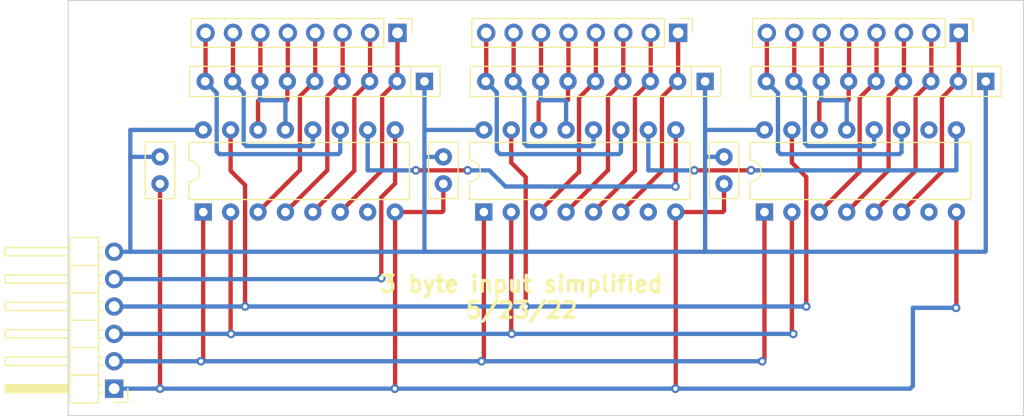
<source format=kicad_pcb>
(kicad_pcb (version 20211014) (generator pcbnew)
  (layers (0 "F.Cu" signal) (31 "B.Cu" signal) (34 "B.Paste" user) (35 "F.Paste" user) (36 "B.SilkS" user "B.Silkscreen") (37 "F.SilkS" user "F.Silkscreen") (38 "B.Mask" user) (39 "F.Mask" user) (44 "Edge.Cuts" user))
  (net 0 "")
  (net 1 "+5V")
  (net 2 "GND")
  (net 3 "LATCH")
  (net 4 "CLOCK")
  (net 5 "CE")
  (net 6 "S0")
  (net 7 "IN8")
  (net 8 "IN7")
  (net 9 "IN6")
  (net 10 "IN5")
  (net 11 "IN4")
  (net 12 "IN3")
  (net 13 "IN2")
  (net 14 "IN1")
  (net 15 "IN8B")
  (net 16 "IN7B")
  (net 17 "IN6B")
  (net 18 "IN5B")
  (net 19 "IN4B")
  (net 20 "IN3B")
  (net 21 "IN2B")
  (net 22 "IN1B")
  (net 23 "IN8C")
  (net 24 "IN7C")
  (net 25 "IN6C")
  (net 26 "IN5C")
  (net 27 "IN4C")
  (net 28 "IN3C")
  (net 29 "IN2C")
  (net 30 "IN1C")
  (net 32 "S1")
  (net 34 "S2")
  (footprint "MountingHole:MountingHole_3.2mm_M3" (layer "F.Cu") (at 153 93)
    (fp_text reference "H2" hide)
    (fp_text value "MountingHole" hide)
    (pad "" np_thru_hole circle (at 0 0) (size 3.2 3.2) (drill 3.2) (layers *.Cu *.Mask))
  )
  (footprint "Resistor_THT:R_Array_SIP9" (layer "F.Cu") (at 102.25 66.75 180)
    (fp_text reference "RN1" hide)
    (fp_text value "4.7K" hide)
    (fp_line (start -1.44 1.4) (end 21.76 1.4) (layer "F.SilkS") (width 0.12))
    (fp_line (start -1.44 -1.4) (end -1.44 1.4) (layer "F.SilkS") (width 0.12))
    (fp_line (start 21.76 1.4) (end 21.76 -1.4) (layer "F.SilkS") (width 0.12))
    (fp_line (start 21.76 -1.4) (end -1.44 -1.4) (layer "F.SilkS") (width 0.12))
    (fp_line (start 1.27 -1.4) (end 1.27 1.4) (layer "F.SilkS") (width 0.12))
    (pad "1" thru_hole rect (at 0 0 180) (size 1.6 1.6) (drill 0.8) (layers *.Cu *.Mask) (net 1 "+5V"))
    (pad "2" thru_hole oval (at 2.54 0 180) (size 1.6 1.6) (drill 0.8) (layers *.Cu *.Mask) (net 7 "IN8"))
    (pad "3" thru_hole oval (at 5.08 0 180) (size 1.6 1.6) (drill 0.8) (layers *.Cu *.Mask) (net 8 "IN7"))
    (pad "4" thru_hole oval (at 7.62 0 180) (size 1.6 1.6) (drill 0.8) (layers *.Cu *.Mask) (net 9 "IN6"))
    (pad "5" thru_hole oval (at 10.16 0 180) (size 1.6 1.6) (drill 0.8) (layers *.Cu *.Mask) (net 10 "IN5"))
    (pad "6" thru_hole oval (at 12.7 0 180) (size 1.6 1.6) (drill 0.8) (layers *.Cu *.Mask) (net 11 "IN4"))
    (pad "7" thru_hole oval (at 15.24 0 180) (size 1.6 1.6) (drill 0.8) (layers *.Cu *.Mask) (net 12 "IN3"))
    (pad "8" thru_hole oval (at 17.78 0 180) (size 1.6 1.6) (drill 0.8) (layers *.Cu *.Mask) (net 13 "IN2"))
    (pad "9" thru_hole oval (at 20.32 0 180) (size 1.6 1.6) (drill 0.8) (layers *.Cu *.Mask) (net 14 "IN1"))
  )
  (footprint "Capacitor_THT:C_Disc_D5.0mm_W2.5mm_P2.50mm" (layer "F.Cu") (at 104 73.75 -90)
    (fp_text reference "C2" hide)
    (fp_text value "0.1uf" hide)
    (fp_line (start -1.37 -1.37) (end -1.37 1.37) (layer "F.SilkS") (width 0.12))
    (fp_line (start 3.87 -1.37) (end 3.87 1.37) (layer "F.SilkS") (width 0.12))
    (fp_line (start -1.37 -1.37) (end 3.87 -1.37) (layer "F.SilkS") (width 0.12))
    (fp_line (start -1.37 1.37) (end 3.87 1.37) (layer "F.SilkS") (width 0.12))
    (pad "1" thru_hole circle (at 0 0 270) (size 1.6 1.6) (drill 0.8) (layers *.Cu *.Mask) (net 1 "+5V"))
    (pad "2" thru_hole circle (at 2.5 0 270) (size 1.6 1.6) (drill 0.8) (layers *.Cu *.Mask) (net 2 "GND"))
  )
  (footprint "Package_DIP:DIP-16_W7.62mm" (layer "F.Cu") (at 107.75 78.87 90)
    (fp_text reference "U2" hide)
    (fp_text value "74LS165" hide)
    (fp_line (start 1.16 -1.33) (end 1.16 19.11) (layer "F.SilkS") (width 0.12))
    (fp_line (start 2.81 -1.33) (end 1.16 -1.33) (layer "F.SilkS") (width 0.12))
    (fp_line (start 6.46 19.11) (end 6.46 -1.33) (layer "F.SilkS") (width 0.12))
    (fp_line (start 1.16 19.11) (end 6.46 19.11) (layer "F.SilkS") (width 0.12))
    (fp_line (start 6.46 -1.33) (end 4.81 -1.33) (layer "F.SilkS") (width 0.12))
    (fp_arc (start 4.81 -1.33) (mid 3.81 -0.33) (end 2.81 -1.33) (layer "F.SilkS") (width 0.12))
    (pad "1" thru_hole rect (at 0 0 90) (size 1.6 1.6) (drill 0.8) (layers *.Cu *.Mask) (net 3 "LATCH"))
    (pad "2" thru_hole oval (at 0 2.54 90) (size 1.6 1.6) (drill 0.8) (layers *.Cu *.Mask) (net 4 "CLOCK"))
    (pad "3" thru_hole oval (at 0 5.08 90) (size 1.6 1.6) (drill 0.8) (layers *.Cu *.Mask) (net 18 "IN5B"))
    (pad "4" thru_hole oval (at 0 7.62 90) (size 1.6 1.6) (drill 0.8) (layers *.Cu *.Mask) (net 17 "IN6B"))
    (pad "5" thru_hole oval (at 0 10.16 90) (size 1.6 1.6) (drill 0.8) (layers *.Cu *.Mask) (net 16 "IN7B"))
    (pad "6" thru_hole oval (at 0 12.7 90) (size 1.6 1.6) (drill 0.8) (layers *.Cu *.Mask) (net 15 "IN8B"))
    (pad "7" thru_hole oval (at 0 15.24 90) (size 1.6 1.6) (drill 0.8) (layers *.Cu *.Mask))
    (pad "8" thru_hole oval (at 0 17.78 90) (size 1.6 1.6) (drill 0.8) (layers *.Cu *.Mask) (net 2 "GND"))
    (pad "9" thru_hole oval (at 7.62 17.78 90) (size 1.6 1.6) (drill 0.8) (layers *.Cu *.Mask) (net 32 "S1"))
    (pad "10" thru_hole oval (at 7.62 15.24 90) (size 1.6 1.6) (drill 0.8) (layers *.Cu *.Mask) (net 34 "S2"))
    (pad "11" thru_hole oval (at 7.62 12.7 90) (size 1.6 1.6) (drill 0.8) (layers *.Cu *.Mask) (net 22 "IN1B"))
    (pad "12" thru_hole oval (at 7.62 10.16 90) (size 1.6 1.6) (drill 0.8) (layers *.Cu *.Mask) (net 21 "IN2B"))
    (pad "13" thru_hole oval (at 7.62 7.62 90) (size 1.6 1.6) (drill 0.8) (layers *.Cu *.Mask) (net 20 "IN3B"))
    (pad "14" thru_hole oval (at 7.62 5.08 90) (size 1.6 1.6) (drill 0.8) (layers *.Cu *.Mask) (net 19 "IN4B"))
    (pad "15" thru_hole oval (at 7.62 2.54 90) (size 1.6 1.6) (drill 0.8) (layers *.Cu *.Mask) (net 5 "CE"))
    (pad "16" thru_hole oval (at 7.62 0 90) (size 1.6 1.6) (drill 0.8) (layers *.Cu *.Mask) (net 1 "+5V"))
  )
  (footprint "Package_DIP:DIP-16_W7.62mm" (layer "F.Cu") (at 81.75 78.87 90)
    (fp_text reference "U1" hide)
    (fp_text value "74LS165" hide)
    (fp_line (start 1.16 -1.33) (end 1.16 19.11) (layer "F.SilkS") (width 0.12))
    (fp_line (start 2.81 -1.33) (end 1.16 -1.33) (layer "F.SilkS") (width 0.12))
    (fp_line (start 6.46 -1.33) (end 4.81 -1.33) (layer "F.SilkS") (width 0.12))
    (fp_line (start 6.46 19.11) (end 6.46 -1.33) (layer "F.SilkS") (width 0.12))
    (fp_line (start 1.16 19.11) (end 6.46 19.11) (layer "F.SilkS") (width 0.12))
    (fp_arc (start 4.81 -1.33) (mid 3.81 -0.33) (end 2.81 -1.33) (layer "F.SilkS") (width 0.12))
    (pad "1" thru_hole rect (at 0 0 90) (size 1.6 1.6) (drill 0.8) (layers *.Cu *.Mask) (net 3 "LATCH"))
    (pad "2" thru_hole oval (at 0 2.54 90) (size 1.6 1.6) (drill 0.8) (layers *.Cu *.Mask) (net 4 "CLOCK"))
    (pad "3" thru_hole oval (at 0 5.08 90) (size 1.6 1.6) (drill 0.8) (layers *.Cu *.Mask) (net 10 "IN5"))
    (pad "4" thru_hole oval (at 0 7.62 90) (size 1.6 1.6) (drill 0.8) (layers *.Cu *.Mask) (net 9 "IN6"))
    (pad "5" thru_hole oval (at 0 10.16 90) (size 1.6 1.6) (drill 0.8) (layers *.Cu *.Mask) (net 8 "IN7"))
    (pad "6" thru_hole oval (at 0 12.7 90) (size 1.6 1.6) (drill 0.8) (layers *.Cu *.Mask) (net 7 "IN8"))
    (pad "7" thru_hole oval (at 0 15.24 90) (size 1.6 1.6) (drill 0.8) (layers *.Cu *.Mask))
    (pad "8" thru_hole oval (at 0 17.78 90) (size 1.6 1.6) (drill 0.8) (layers *.Cu *.Mask) (net 2 "GND"))
    (pad "9" thru_hole oval (at 7.62 17.78 90) (size 1.6 1.6) (drill 0.8) (layers *.Cu *.Mask) (net 6 "S0"))
    (pad "10" thru_hole oval (at 7.62 15.24 90) (size 1.6 1.6) (drill 0.8) (layers *.Cu *.Mask) (net 32 "S1"))
    (pad "11" thru_hole oval (at 7.62 12.7 90) (size 1.6 1.6) (drill 0.8) (layers *.Cu *.Mask) (net 14 "IN1"))
    (pad "12" thru_hole oval (at 7.62 10.16 90) (size 1.6 1.6) (drill 0.8) (layers *.Cu *.Mask) (net 13 "IN2"))
    (pad "13" thru_hole oval (at 7.62 7.62 90) (size 1.6 1.6) (drill 0.8) (layers *.Cu *.Mask) (net 12 "IN3"))
    (pad "14" thru_hole oval (at 7.62 5.08 90) (size 1.6 1.6) (drill 0.8) (layers *.Cu *.Mask) (net 11 "IN4"))
    (pad "15" thru_hole oval (at 7.62 2.54 90) (size 1.6 1.6) (drill 0.8) (layers *.Cu *.Mask) (net 5 "CE"))
    (pad "16" thru_hole oval (at 7.62 0 90) (size 1.6 1.6) (drill 0.8) (layers *.Cu *.Mask) (net 1 "+5V"))
  )
  (footprint "Connector_PinHeader_2.54mm:PinHeader_1x06_P2.54mm_Horizontal" (layer "F.Cu") (at 73.5 95.25 180)
    (fp_text reference "J1" hide)
    (fp_text value "Conn_01x06" hide)
    (fp_line (start -1.27 0) (end -1.27 -1.27) (layer "F.SilkS") (width 0.12))
    (fp_line (start 1.44 3.81) (end 4.1 3.81) (layer "F.SilkS") (width 0.12))
    (fp_line (start 1.042929 5.46) (end 1.44 5.46) (layer "F.SilkS") (width 0.12))
    (fp_line (start 1.042929 4.7) (end 1.44 4.7) (layer "F.SilkS") (width 0.12))
    (fp_line (start 10.1 -0.38) (end 10.1 0.38) (layer "F.SilkS") (width 0.12))
    (fp_line (start 1.042929 12.32) (end 1.44 12.32) (layer "F.SilkS") (width 0.12))
    (fp_line (start 1.44 6.35) (end 4.1 6.35) (layer "F.SilkS") (width 0.12))
    (fp_line (start 10.1 7.24) (end 10.1 8) (layer "F.SilkS") (width 0.12))
    (fp_line (start 4.1 -0.2) (end 10.1 -0.2) (layer "F.SilkS") (width 0.12))
    (fp_line (start 1.11 0.38) (end 1.44 0.38) (layer "F.SilkS") (width 0.12))
    (fp_line (start -1.27 -1.27) (end 0 -1.27) (layer "F.SilkS") (width 0.12))
    (fp_line (start 1.042929 10.54) (end 1.44 10.54) (layer "F.SilkS") (width 0.12))
    (fp_line (start 1.042929 9.78) (end 1.44 9.78) (layer "F.SilkS") (width 0.12))
    (fp_line (start 10.1 5.46) (end 4.1 5.46) (layer "F.SilkS") (width 0.12))
    (fp_line (start 1.11 -0.38) (end 1.44 -0.38) (layer "F.SilkS") (width 0.12))
    (fp_line (start 4.1 9.78) (end 10.1 9.78) (layer "F.SilkS") (width 0.12))
    (fp_line (start 10.1 10.54) (end 4.1 10.54) (layer "F.SilkS") (width 0.12))
    (fp_line (start 4.1 -0.08) (end 10.1 -0.08) (layer "F.SilkS") (width 0.12))
    (fp_line (start 10.1 4.7) (end 10.1 5.46) (layer "F.SilkS") (width 0.12))
    (fp_line (start 1.44 1.27) (end 4.1 1.27) (layer "F.SilkS") (width 0.12))
    (fp_line (start 4.1 -0.32) (end 10.1 -0.32) (layer "F.SilkS") (width 0.12))
    (fp_line (start 10.1 13.08) (end 4.1 13.08) (layer "F.SilkS") (width 0.12))
    (fp_line (start 1.44 8.89) (end 4.1 8.89) (layer "F.SilkS") (width 0.12))
    (fp_line (start 1.042929 2.92) (end 1.44 2.92) (layer "F.SilkS") (width 0.12))
    (fp_line (start 10.1 2.92) (end 4.1 2.92) (layer "F.SilkS") (width 0.12))
    (fp_line (start 1.44 11.43) (end 4.1 11.43) (layer "F.SilkS") (width 0.12))
    (fp_line (start 4.1 4.7) (end 10.1 4.7) (layer "F.SilkS") (width 0.12))
    (fp_line (start 10.1 9.78) (end 10.1 10.54) (layer "F.SilkS") (width 0.12))
    (fp_line (start 1.042929 8) (end 1.44 8) (layer "F.SilkS") (width 0.12))
    (fp_line (start 4.1 14.03) (end 4.1 -1.33) (layer "F.SilkS") (width 0.12))
    (fp_line (start 1.44 -1.33) (end 1.44 14.03) (layer "F.SilkS") (width 0.12))
    (fp_line (start 4.1 0.28) (end 10.1 0.28) (layer "F.SilkS") (width 0.12))
    (fp_line (start 10.1 2.16) (end 10.1 2.92) (layer "F.SilkS") (width 0.12))
    (fp_line (start 10.1 8) (end 4.1 8) (layer "F.SilkS") (width 0.12))
    (fp_line (start 1.44 14.03) (end 4.1 14.03) (layer "F.SilkS") (width 0.12))
    (fp_line (start 4.1 -1.33) (end 1.44 -1.33) (layer "F.SilkS") (width 0.12))
    (fp_line (start 1.042929 2.16) (end 1.44 2.16) (layer "F.SilkS") (width 0.12))
    (fp_line (start 1.042929 13.08) (end 1.44 13.08) (layer "F.SilkS") (width 0.12))
    (fp_line (start 4.1 0.04) (end 10.1 0.04) (layer "F.SilkS") (width 0.12))
    (fp_line (start 10.1 12.32) (end 10.1 13.08) (layer "F.SilkS") (width 0.12))
    (fp_line (start 4.1 12.32) (end 10.1 12.32) (layer "F.SilkS") (width 0.12))
    (fp_line (start 10.1 0.38) (end 4.1 0.38) (layer "F.SilkS") (width 0.12))
    (fp_line (start 4.1 -0.38) (end 10.1 -0.38) (layer "F.SilkS") (width 0.12))
    (fp_line (start 4.1 7.24) (end 10.1 7.24) (layer "F.SilkS") (width 0.12))
    (fp_line (start 4.1 2.16) (end 10.1 2.16) (layer "F.SilkS") (width 0.12))
    (fp_line (start 4.1 0.16) (end 10.1 0.16) (layer "F.SilkS") (width 0.12))
    (fp_line (start 1.042929 7.24) (end 1.44 7.24) (layer "F.SilkS") (width 0.12))
    (pad "1" thru_hole rect (at 0 0 180) (size 1.7 1.7) (drill 1) (layers *.Cu *.Mask) (net 2 "GND"))
    (pad "2" thru_hole oval (at 0 2.54 180) (size 1.7 1.7) (drill 1) (layers *.Cu *.Mask) (net 3 "LATCH"))
    (pad "3" thru_hole oval (at 0 5.08 180) (size 1.7 1.7) (drill 1) (layers *.Cu *.Mask) (net 4 "CLOCK"))
    (pad "4" thru_hole oval (at 0 7.62 180) (size 1.7 1.7) (drill 1) (layers *.Cu *.Mask) (net 5 "CE"))
    (pad "5" thru_hole oval (at 0 10.16 180) (size 1.7 1.7) (drill 1) (layers *.Cu *.Mask) (net 6 "S0"))
    (pad "6" thru_hole oval (at 0 12.7 180) (size 1.7 1.7) (drill 1) (layers *.Cu *.Mask) (net 1 "+5V"))
  )
  (footprint "Resistor_THT:R_Array_SIP9" (layer "F.Cu") (at 154.25 66.75 180)
    (fp_text reference "RN3" hide)
    (fp_text value "4.7K" hide)
    (fp_line (start 21.76 1.4) (end 21.76 -1.4) (layer "F.SilkS") (width 0.12))
    (fp_line (start 21.76 -1.4) (end -1.44 -1.4) (layer "F.SilkS") (width 0.12))
    (fp_line (start 1.27 -1.4) (end 1.27 1.4) (layer "F.SilkS") (width 0.12))
    (fp_line (start -1.44 1.4) (end 21.76 1.4) (layer "F.SilkS") (width 0.12))
    (fp_line (start -1.44 -1.4) (end -1.44 1.4) (layer "F.SilkS") (width 0.12))
    (pad "1" thru_hole rect (at 0 0 180) (size 1.6 1.6) (drill 0.8) (layers *.Cu *.Mask) (net 1 "+5V"))
    (pad "2" thru_hole oval (at 2.54 0 180) (size 1.6 1.6) (drill 0.8) (layers *.Cu *.Mask) (net 23 "IN8C"))
    (pad "3" thru_hole oval (at 5.08 0 180) (size 1.6 1.6) (drill 0.8) (layers *.Cu *.Mask) (net 24 "IN7C"))
    (pad "4" thru_hole oval (at 7.62 0 180) (size 1.6 1.6) (drill 0.8) (layers *.Cu *.Mask) (net 25 "IN6C"))
    (pad "5" thru_hole oval (at 10.16 0 180) (size 1.6 1.6) (drill 0.8) (layers *.Cu *.Mask) (net 26 "IN5C"))
    (pad "6" thru_hole oval (at 12.7 0 180) (size 1.6 1.6) (drill 0.8) (layers *.Cu *.Mask) (net 27 "IN4C"))
    (pad "7" thru_hole oval (at 15.24 0 180) (size 1.6 1.6) (drill 0.8) (layers *.Cu *.Mask) (net 28 "IN3C"))
    (pad "8" thru_hole oval (at 17.78 0 180) (size 1.6 1.6) (drill 0.8) (layers *.Cu *.Mask) (net 29 "IN2C"))
    (pad "9" thru_hole oval (at 20.32 0 180) (size 1.6 1.6) (drill 0.8) (layers *.Cu *.Mask) (net 30 "IN1C"))
  )
  (footprint "Capacitor_THT:C_Disc_D5.0mm_W2.5mm_P2.50mm" (layer "F.Cu") (at 130 73.75 -90)
    (fp_text reference "C3" hide)
    (fp_text value "0.1uf" hide)
    (fp_line (start -1.37 1.37) (end 3.87 1.37) (layer "F.SilkS") (width 0.12))
    (fp_line (start -1.37 -1.37) (end 3.87 -1.37) (layer "F.SilkS") (width 0.12))
    (fp_line (start -1.37 -1.37) (end -1.37 1.37) (layer "F.SilkS") (width 0.12))
    (fp_line (start 3.87 -1.37) (end 3.87 1.37) (layer "F.SilkS") (width 0.12))
    (pad "1" thru_hole circle (at 0 0 270) (size 1.6 1.6) (drill 0.8) (layers *.Cu *.Mask) (net 1 "+5V"))
    (pad "2" thru_hole circle (at 2.5 0 270) (size 1.6 1.6) (drill 0.8) (layers *.Cu *.Mask) (net 2 "GND"))
  )
  (footprint "Connector_PinHeader_2.54mm:PinHeader_1x08_P2.54mm_Vertical" (layer "F.Cu") (at 151.75 62.25 -90)
    (fp_text reference "J4" hide)
    (fp_text value "Conn_01x08" hide)
    (fp_line (start -1.33 19.11) (end 1.33 19.11) (layer "F.SilkS") (width 0.12))
    (fp_line (start -1.33 1.27) (end -1.33 19.11) (layer "F.SilkS") (width 0.12))
    (fp_line (start -1.33 -1.33) (end 0 -1.33) (layer "F.SilkS") (width 0.12))
    (fp_line (start 1.33 1.27) (end 1.33 19.11) (layer "F.SilkS") (width 0.12))
    (fp_line (start -1.33 0) (end -1.33 -1.33) (layer "F.SilkS") (width 0.12))
    (fp_line (start -1.33 1.27) (end 1.33 1.27) (layer "F.SilkS") (width 0.12))
    (pad "1" thru_hole rect (at 0 0 270) (size 1.7 1.7) (drill 1) (layers *.Cu *.Mask) (net 23 "IN8C"))
    (pad "2" thru_hole oval (at 0 2.54 270) (size 1.7 1.7) (drill 1) (layers *.Cu *.Mask) (net 24 "IN7C"))
    (pad "3" thru_hole oval (at 0 5.08 270) (size 1.7 1.7) (drill 1) (layers *.Cu *.Mask) (net 25 "IN6C"))
    (pad "4" thru_hole oval (at 0 7.62 270) (size 1.7 1.7) (drill 1) (layers *.Cu *.Mask) (net 26 "IN5C"))
    (pad "5" thru_hole oval (at 0 10.16 270) (size 1.7 1.7) (drill 1) (layers *.Cu *.Mask) (net 27 "IN4C"))
    (pad "6" thru_hole oval (at 0 12.7 270) (size 1.7 1.7) (drill 1) (layers *.Cu *.Mask) (net 28 "IN3C"))
    (pad "7" thru_hole oval (at 0 15.24 270) (size 1.7 1.7) (drill 1) (layers *.Cu *.Mask) (net 29 "IN2C"))
    (pad "8" thru_hole oval (at 0 17.78 270) (size 1.7 1.7) (drill 1) (layers *.Cu *.Mask) (net 30 "IN1C"))
  )
  (footprint "Capacitor_THT:C_Disc_D5.0mm_W2.5mm_P2.50mm" (layer "F.Cu") (at 77.75 73.75 -90)
    (fp_text reference "C1" hide)
    (fp_text value "0.1uf" hide)
    (fp_line (start 3.87 -1.37) (end 3.87 1.37) (layer "F.SilkS") (width 0.12))
    (fp_line (start -1.37 1.37) (end 3.87 1.37) (layer "F.SilkS") (width 0.12))
    (fp_line (start -1.37 -1.37) (end 3.87 -1.37) (layer "F.SilkS") (width 0.12))
    (fp_line (start -1.37 -1.37) (end -1.37 1.37) (layer "F.SilkS") (width 0.12))
    (pad "1" thru_hole circle (at 0 0 270) (size 1.6 1.6) (drill 0.8) (layers *.Cu *.Mask) (net 1 "+5V"))
    (pad "2" thru_hole circle (at 2.5 0 270) (size 1.6 1.6) (drill 0.8) (layers *.Cu *.Mask) (net 2 "GND"))
  )
  (footprint "Connector_PinHeader_2.54mm:PinHeader_1x08_P2.54mm_Vertical" (layer "F.Cu") (at 125.75 62.25 -90)
    (fp_text reference "J3" hide)
    (fp_text value "Conn_01x08" hide)
    (fp_line (start -1.33 -1.33) (end 0 -1.33) (layer "F.SilkS") (width 0.12))
    (fp_line (start -1.33 19.11) (end 1.33 19.11) (layer "F.SilkS") (width 0.12))
    (fp_line (start -1.33 1.27) (end -1.33 19.11) (layer "F.SilkS") (width 0.12))
    (fp_line (start -1.33 0) (end -1.33 -1.33) (layer "F.SilkS") (width 0.12))
    (fp_line (start -1.33 1.27) (end 1.33 1.27) (layer "F.SilkS") (width 0.12))
    (fp_line (start 1.33 1.27) (end 1.33 19.11) (layer "F.SilkS") (width 0.12))
    (pad "1" thru_hole rect (at 0 0 270) (size 1.7 1.7) (drill 1) (layers *.Cu *.Mask) (net 15 "IN8B"))
    (pad "2" thru_hole oval (at 0 2.54 270) (size 1.7 1.7) (drill 1) (layers *.Cu *.Mask) (net 16 "IN7B"))
    (pad "3" thru_hole oval (at 0 5.08 270) (size 1.7 1.7) (drill 1) (layers *.Cu *.Mask) (net 17 "IN6B"))
    (pad "4" thru_hole oval (at 0 7.62 270) (size 1.7 1.7) (drill 1) (layers *.Cu *.Mask) (net 18 "IN5B"))
    (pad "5" thru_hole oval (at 0 10.16 270) (size 1.7 1.7) (drill 1) (layers *.Cu *.Mask) (net 19 "IN4B"))
    (pad "6" thru_hole oval (at 0 12.7 270) (size 1.7 1.7) (drill 1) (layers *.Cu *.Mask) (net 20 "IN3B"))
    (pad "7" thru_hole oval (at 0 15.24 270) (size 1.7 1.7) (drill 1) (layers *.Cu *.Mask) (net 21 "IN2B"))
    (pad "8" thru_hole oval (at 0 17.78 270) (size 1.7 1.7) (drill 1) (layers *.Cu *.Mask) (net 22 "IN1B"))
  )
  (footprint "Connector_PinHeader_2.54mm:PinHeader_1x08_P2.54mm_Vertical" (layer "F.Cu") (at 99.75 62.25 -90)
    (fp_text reference "J2" hide)
    (fp_text value "Conn_01x08" hide)
    (fp_line (start -1.33 1.27) (end -1.33 19.11) (layer "F.SilkS") (width 0.12))
    (fp_line (start -1.33 0) (end -1.33 -1.33) (layer "F.SilkS") (width 0.12))
    (fp_line (start -1.33 19.11) (end 1.33 19.11) (layer "F.SilkS") (width 0.12))
    (fp_line (start 1.33 1.27) (end 1.33 19.11) (layer "F.SilkS") (width 0.12))
    (fp_line (start -1.33 -1.33) (end 0 -1.33) (layer "F.SilkS") (width 0.12))
    (fp_line (start -1.33 1.27) (end 1.33 1.27) (layer "F.SilkS") (width 0.12))
    (pad "1" thru_hole rect (at 0 0 270) (size 1.7 1.7) (drill 1) (layers *.Cu *.Mask) (net 7 "IN8"))
    (pad "2" thru_hole oval (at 0 2.54 270) (size 1.7 1.7) (drill 1) (layers *.Cu *.Mask) (net 8 "IN7"))
    (pad "3" thru_hole oval (at 0 5.08 270) (size 1.7 1.7) (drill 1) (layers *.Cu *.Mask) (net 9 "IN6"))
    (pad "4" thru_hole oval (at 0 7.62 270) (size 1.7 1.7) (drill 1) (layers *.Cu *.Mask) (net 10 "IN5"))
    (pad "5" thru_hole oval (at 0 10.16 270) (size 1.7 1.7) (drill 1) (layers *.Cu *.Mask) (net 11 "IN4"))
    (pad "6" thru_hole oval (at 0 12.7 270) (size 1.7 1.7) (drill 1) (layers *.Cu *.Mask) (net 12 "IN3"))
    (pad "7" thru_hole oval (at 0 15.24 270) (size 1.7 1.7) (drill 1) (layers *.Cu *.Mask) (net 13 "IN2"))
    (pad "8" thru_hole oval (at 0 17.78 270) (size 1.7 1.7) (drill 1) (layers *.Cu *.Mask) (net 14 "IN1"))
  )
  (footprint "MountingHole:MountingHole_3.2mm_M3" (layer "F.Cu") (at 74 64.25)
    (fp_text reference "H1" hide)
    (fp_text value "MountingHole" hide)
    (pad "" np_thru_hole circle (at 0 0) (size 3.2 3.2) (drill 3.2) (layers *.Cu *.Mask))
  )
  (footprint "Package_DIP:DIP-16_W7.62mm" (layer "F.Cu") (at 133.75 78.87 90)
    (fp_text reference "U3" hide)
    (fp_text value "74LS165" hide)
    (fp_line (start 6.46 19.11) (end 6.46 -1.33) (layer "F.SilkS") (width 0.12))
    (fp_line (start 1.16 19.11) (end 6.46 19.11) (layer "F.SilkS") (width 0.12))
    (fp_line (start 6.46 -1.33) (end 4.81 -1.33) (layer "F.SilkS") (width 0.12))
    (fp_line (start 1.16 -1.33) (end 1.16 19.11) (layer "F.SilkS") (width 0.12))
    (fp_line (start 2.81 -1.33) (end 1.16 -1.33) (layer "F.SilkS") (width 0.12))
    (fp_arc (start 4.81 -1.33) (mid 3.81 -0.33) (end 2.81 -1.33) (layer "F.SilkS") (width 0.12))
    (pad "1" thru_hole rect (at 0 0 90) (size 1.6 1.6) (drill 0.8) (layers *.Cu *.Mask) (net 3 "LATCH"))
    (pad "2" thru_hole oval (at 0 2.54 90) (size 1.6 1.6) (drill 0.8) (layers *.Cu *.Mask) (net 4 "CLOCK"))
    (pad "3" thru_hole oval (at 0 5.08 90) (size 1.6 1.6) (drill 0.8) (layers *.Cu *.Mask) (net 26 "IN5C"))
    (pad "4" thru_hole oval (at 0 7.62 90) (size 1.6 1.6) (drill 0.8) (layers *.Cu *.Mask) (net 25 "IN6C"))
    (pad "5" thru_hole oval (at 0 10.16 90) (size 1.6 1.6) (drill 0.8) (layers *.Cu *.Mask) (net 24 "IN7C"))
    (pad "6" thru_hole oval (at 0 12.7 90) (size 1.6 1.6) (drill 0.8) (layers *.Cu *.Mask) (net 23 "IN8C"))
    (pad "7" thru_hole oval (at 0 15.24 90) (size 1.6 1.6) (drill 0.8) (layers *.Cu *.Mask))
    (pad "8" thru_hole oval (at 0 17.78 90) (size 1.6 1.6) (drill 0.8) (layers *.Cu *.Mask) (net 2 "GND"))
    (pad "9" thru_hole oval (at 7.62 17.78 90) (size 1.6 1.6) (drill 0.8) (layers *.Cu *.Mask) (net 34 "S2"))
    (pad "10" thru_hole oval (at 7.62 15.24 90) (size 1.6 1.6) (drill 0.8) (layers *.Cu *.Mask))
    (pad "11" thru_hole oval (at 7.62 12.7 90) (size 1.6 1.6) (drill 0.8) (layers *.Cu *.Mask) (net 30 "IN1C"))
    (pad "12" thru_hole oval (at 7.62 10.16 90) (size 1.6 1.6) (drill 0.8) (layers *.Cu *.Mask) (net 29 "IN2C"))
    (pad "13" thru_hole oval (at 7.62 7.62 90) (size 1.6 1.6) (drill 0.8) (layers *.Cu *.Mask) (net 28 "IN3C"))
    (pad "14" thru_hole oval (at 7.62 5.08 90) (size 1.6 1.6) (drill 0.8) (layers *.Cu *.Mask) (net 27 "IN4C"))
    (pad "15" thru_hole oval (at 7.62 2.54 90) (size 1.6 1.6) (drill 0.8) (layers *.Cu *.Mask) (net 5 "CE"))
    (pad "16" thru_hole oval (at 7.62 0 90) (size 1.6 1.6) (drill 0.8) (layers *.Cu *.Mask) (net 1 "+5V"))
  )
  (footprint "Resistor_THT:R_Array_SIP9" (layer "F.Cu") (at 128.25 66.75 180)
    (fp_text reference "RN2" hide)
    (fp_text value "4.7K" hide)
    (fp_line (start 21.76 -1.4) (end -1.44 -1.4) (layer "F.SilkS") (width 0.12))
    (fp_line (start 21.76 1.4) (end 21.76 -1.4) (layer "F.SilkS") (width 0.12))
    (fp_line (start -1.44 -1.4) (end -1.44 1.4) (layer "F.SilkS") (width 0.12))
    (fp_line (start -1.44 1.4) (end 21.76 1.4) (layer "F.SilkS") (width 0.12))
    (fp_line (start 1.27 -1.4) (end 1.27 1.4) (layer "F.SilkS") (width 0.12))
    (pad "1" thru_hole rect (at 0 0 180) (size 1.6 1.6) (drill 0.8) (layers *.Cu *.Mask) (net 1 "+5V"))
    (pad "2" thru_hole oval (at 2.54 0 180) (size 1.6 1.6) (drill 0.8) (layers *.Cu *.Mask) (net 15 "IN8B"))
    (pad "3" thru_hole oval (at 5.08 0 180) (size 1.6 1.6) (drill 0.8) (layers *.Cu *.Mask) (net 16 "IN7B"))
    (pad "4" thru_hole oval (at 7.62 0 180) (size 1.6 1.6) (drill 0.8) (layers *.Cu *.Mask) (net 17 "IN6B"))
    (pad "5" thru_hole oval (at 10.16 0 180) (size 1.6 1.6) (drill 0.8) (layers *.Cu *.Mask) (net 18 "IN5B"))
    (pad "6" thru_hole oval (at 12.7 0 180) (size 1.6 1.6) (drill 0.8) (layers *.Cu *.Mask) (net 19 "IN4B"))
    (pad "7" thru_hole oval (at 15.24 0 180) (size 1.6 1.6) (drill 0.8) (layers *.Cu *.Mask) (net 20 "IN3B"))
    (pad "8" thru_hole oval (at 17.78 0 180) (size 1.6 1.6) (drill 0.8) (layers *.Cu *.Mask) (net 21 "IN2B"))
    (pad "9" thru_hole oval (at 20.32 0 180) (size 1.6 1.6) (drill 0.8) (layers *.Cu *.Mask) (net 22 "IN1B"))
  )
  (gr_line (start 157.75 59.25) (end 157.75 97.75) (layer "Edge.Cuts") (width 0.1))
  (gr_line (start 69.25 59.25) (end 157.75 59.25) (layer "Edge.Cuts") (width 0.1))
  (gr_line (start 69.25 97.75) (end 69.25 59.25) (layer "Edge.Cuts") (width 0.1))
  (gr_line (start 157.75 97.75) (end 69.25 97.75) (layer "Edge.Cuts") (width 0.1))
  (gr_text "3 byte input simplified\n5/23/22" (at 111.25 86.75) (layer "F.SilkS") (effects (font (size 1.5 1.5) (thickness 0.3))))
  (segment (start 128.25 82.5) (end 128.2 82.55) (width 0.4) (layer "B.Cu") (net 1))
  (segment (start 102.25 66.75) (end 102.25 71.25) (width 0.4) (layer "B.Cu") (net 1))
  (segment (start 75.55 82.55) (end 102.2 82.55) (width 0.4) (layer "B.Cu") (net 1))
  (segment (start 128.25 71.25) (end 128.25 73.75) (width 0.4) (layer "B.Cu") (net 1))
  (segment (start 104 73.75) (end 102.25 73.75) (width 0.4) (layer "B.Cu") (net 1))
  (segment (start 102.25 82.5) (end 102.2 82.55) (width 0.4) (layer "B.Cu") (net 1))
  (segment (start 75 73.75) (end 75 82.5) (width 0.4) (layer "B.Cu") (net 1))
  (segment (start 75 71.25) (end 81.75 71.25) (width 0.4) (layer "B.Cu") (net 1))
  (segment (start 154.2 82.55) (end 154.25 82.5) (width 0.4) (layer "B.Cu") (net 1))
  (segment (start 75.05 82.55) (end 73.5 82.55) (width 0.4) (layer "B.Cu") (net 1))
  (segment (start 107.75 71.25) (end 102.25 71.25) (width 0.4) (layer "B.Cu") (net 1))
  (segment (start 128.25 73.75) (end 128.25 82.5) (width 0.4) (layer "B.Cu") (net 1))
  (segment (start 77.75 73.75) (end 75 73.75) (width 0.4) (layer "B.Cu") (net 1))
  (segment (start 75.05 82.55) (end 75.55 82.55) (width 0.4) (layer "B.Cu") (net 1))
  (segment (start 75 82.5) (end 75.05 82.55) (width 0.4) (layer "B.Cu") (net 1))
  (segment (start 75 73.75) (end 75 71.25) (width 0.4) (layer "B.Cu") (net 1))
  (segment (start 128.2 82.55) (end 154.2 82.55) (width 0.4) (layer "B.Cu") (net 1))
  (segment (start 102.25 71.25) (end 102.25 73.75) (width 0.4) (layer "B.Cu") (net 1))
  (segment (start 130 73.75) (end 128.25 73.75) (width 0.4) (layer "B.Cu") (net 1))
  (segment (start 154.25 82.5) (end 154.25 66.75) (width 0.4) (layer "B.Cu") (net 1))
  (segment (start 102.2 82.55) (end 128.2 82.55) (width 0.4) (layer "B.Cu") (net 1))
  (segment (start 128.25 66.75) (end 128.25 71.25) (width 0.4) (layer "B.Cu") (net 1))
  (segment (start 133.75 71.25) (end 128.25 71.25) (width 0.4) (layer "B.Cu") (net 1))
  (segment (start 102.25 73.75) (end 102.25 82.5) (width 0.4) (layer "B.Cu") (net 1))
  (segment (start 125.53 95.22) (end 125.5 95.25) (width 0.4) (layer "F.Cu") (net 2))
  (segment (start 125.53 78.87) (end 125.53 95.22) (width 0.4) (layer "F.Cu") (net 2))
  (segment (start 129.88 78.87) (end 125.53 78.87) (width 0.4) (layer "F.Cu") (net 2))
  (segment (start 104 78.75) (end 103.88 78.87) (width 0.4) (layer "F.Cu") (net 2))
  (segment (start 99.53 78.87) (end 99.53 95.22) (width 0.4) (layer "F.Cu") (net 2))
  (segment (start 151.53 87.72) (end 151.5 87.75) (width 0.4) (layer "F.Cu") (net 2))
  (segment (start 103.88 78.87) (end 99.53 78.87) (width 0.4) (layer "F.Cu") (net 2))
  (segment (start 77.75 76.25) (end 77.75 95.25) (width 0.4) (layer "F.Cu") (net 2))
  (segment (start 151.53 78.87) (end 151.53 87.72) (width 0.4) (layer "F.Cu") (net 2))
  (segment (start 130 78.75) (end 129.88 78.87) (width 0.4) (layer "F.Cu") (net 2))
  (segment (start 104 76.25) (end 104 78.75) (width 0.4) (layer "F.Cu") (net 2))
  (segment (start 130 76.25) (end 130 78.75) (width 0.4) (layer "F.Cu") (net 2))
  (segment (start 99.53 95.22) (end 99.5 95.25) (width 0.4) (layer "F.Cu") (net 2))
  (via (at 99.5 95.25) (size 0.8) (drill 0.4) (layers "F.Cu" "B.Cu") (net 2))
  (via (at 151.5 87.75) (size 0.8) (drill 0.4) (layers "F.Cu" "B.Cu") (net 2))
  (via (at 77.75 95.25) (size 0.8) (drill 0.4) (layers "F.Cu" "B.Cu") (net 2))
  (via (at 125.5 95.25) (size 0.8) (drill 0.4) (layers "F.Cu" "B.Cu") (net 2))
  (segment (start 99.5 95.25) (end 125.5 95.25) (width 0.4) (layer "B.Cu") (net 2))
  (segment (start 147.25 95.25) (end 147.5 95) (width 0.4) (layer "B.Cu") (net 2))
  (segment (start 77.75 95.25) (end 73.5 95.25) (width 0.4) (layer "B.Cu") (net 2))
  (segment (start 125.5 95.25) (end 147.25 95.25) (width 0.4) (layer "B.Cu") (net 2))
  (segment (start 147.5 95) (end 147.5 87.75) (width 0.4) (layer "B.Cu") (net 2))
  (segment (start 77.75 95.25) (end 99.5 95.25) (width 0.4) (layer "B.Cu") (net 2))
  (segment (start 147.5 87.75) (end 151.5 87.75) (width 0.4) (layer "B.Cu") (net 2))
  (segment (start 107.75 92.5) (end 107.54 92.71) (width 0.4) (layer "F.Cu") (net 3))
  (segment (start 107.75 78.87) (end 107.75 92.5) (width 0.4) (layer "F.Cu") (net 3))
  (segment (start 81.75 92.5) (end 81.54 92.71) (width 0.4) (layer "F.Cu") (net 3))
  (segment (start 133.75 78.87) (end 133.75 92.5) (width 0.4) (layer "F.Cu") (net 3))
  (segment (start 133.75 92.5) (end 133.54 92.71) (width 0.4) (layer "F.Cu") (net 3))
  (segment (start 81.75 78.87) (end 81.75 92.5) (width 0.4) (layer "F.Cu") (net 3))
  (via (at 81.54 92.71) (size 0.8) (drill 0.4) (layers "F.Cu" "B.Cu") (net 3))
  (via (at 133.54 92.71) (size 0.8) (drill 0.4) (layers "F.Cu" "B.Cu") (net 3))
  (via (at 107.54 92.71) (size 0.8) (drill 0.4) (layers "F.Cu" "B.Cu") (net 3))
  (segment (start 81.54 92.71) (end 73.5 92.71) (width 0.4) (layer "B.Cu") (net 3))
  (segment (start 81.54 92.71) (end 107.54 92.71) (width 0.4) (layer "B.Cu") (net 3))
  (segment (start 107.54 92.71) (end 133.54 92.71) (width 0.4) (layer "B.Cu") (net 3))
  (segment (start 84.29 78.87) (end 84.29 90.13) (width 0.4) (layer "F.Cu") (net 4))
  (segment (start 136.29 90.04) (end 136.42 90.17) (width 0.4) (layer "F.Cu") (net 4))
  (segment (start 84.29 90.13) (end 84.33 90.17) (width 0.4) (layer "F.Cu") (net 4))
  (segment (start 110.29 78.87) (end 110.29 90.13) (width 0.4) (layer "F.Cu") (net 4))
  (segment (start 110.29 90.13) (end 110.33 90.17) (width 0.4) (layer "F.Cu") (net 4))
  (segment (start 136.29 78.87) (end 136.29 90.04) (width 0.4) (layer "F.Cu") (net 4))
  (via (at 136.42 90.17) (size 0.8) (drill 0.4) (layers "F.Cu" "B.Cu") (net 4))
  (via (at 110.33 90.17) (size 0.8) (drill 0.4) (layers "F.Cu" "B.Cu") (net 4))
  (via (at 84.33 90.17) (size 0.8) (drill 0.4) (layers "F.Cu" "B.Cu") (net 4))
  (segment (start 84.33 90.17) (end 73.5 90.17) (width 0.4) (layer "B.Cu") (net 4))
  (segment (start 84.33 90.17) (end 110.33 90.17) (width 0.4) (layer "B.Cu") (net 4))
  (segment (start 110.33 90.17) (end 136.42 90.17) (width 0.4) (layer "B.Cu") (net 4))
  (segment (start 137.62 75.62) (end 137.62 87.63) (width 0.4) (layer "F.Cu") (net 5))
  (segment (start 84.29 71.25) (end 84.29 75.04) (width 0.4) (layer "F.Cu") (net 5))
  (segment (start 136.29 71.25) (end 136.29 74.29) (width 0.4) (layer "F.Cu") (net 5))
  (segment (start 111.63 75.63) (end 111.63 87.63) (width 0.4) (layer "F.Cu") (net 5))
  (segment (start 110.29 71.25) (end 110.29 74.29) (width 0.4) (layer "F.Cu") (net 5))
  (segment (start 110.29 74.29) (end 111.63 75.63) (width 0.4) (layer "F.Cu") (net 5))
  (segment (start 136.29 74.29) (end 137.62 75.62) (width 0.4) (layer "F.Cu") (net 5))
  (segment (start 84.29 75.04) (end 85.63 76.38) (width 0.4) (layer "F.Cu") (net 5))
  (segment (start 85.63 76.38) (end 85.63 87.63) (width 0.4) (layer "F.Cu") (net 5))
  (via (at 85.63 87.63) (size 0.8) (drill 0.4) (layers "F.Cu" "B.Cu") (net 5))
  (via (at 111.63 87.63) (size 0.8) (drill 0.4) (layers "F.Cu" "B.Cu") (net 5))
  (via (at 137.62 87.63) (size 0.8) (drill 0.4) (layers "F.Cu" "B.Cu") (net 5))
  (segment (start 85.63 87.63) (end 111.63 87.63) (width 0.4) (layer "B.Cu") (net 5))
  (segment (start 85.63 87.63) (end 73.5 87.63) (width 0.4) (layer "B.Cu") (net 5))
  (segment (start 111.63 87.63) (end 137.62 87.63) (width 0.4) (layer "B.Cu") (net 5))
  (segment (start 98.25 77.5) (end 98.25 85) (width 0.4) (layer "F.Cu") (net 6))
  (segment (start 99.53 76.22) (end 98.330489 77.419511) (width 0.4) (layer "F.Cu") (net 6))
  (segment (start 98.330489 77.419511) (end 98.25 77.5) (width 0.4) (layer "F.Cu") (net 6))
  (segment (start 99.53 71.25) (end 99.53 76.22) (width 0.4) (layer "F.Cu") (net 6))
  (via (at 98.25 85) (size 0.8) (drill 0.4) (layers "F.Cu" "B.Cu") (net 6))
  (segment (start 98.16 85.09) (end 73.5 85.09) (width 0.4) (layer "B.Cu") (net 6))
  (segment (start 98.25 85) (end 98.16 85.09) (width 0.4) (layer "B.Cu") (net 6))
  (segment (start 99.75 66.71) (end 99.71 66.75) (width 0.4) (layer "F.Cu") (net 7))
  (segment (start 98.330489 74.989511) (end 94.45 78.87) (width 0.4) (layer "F.Cu") (net 7))
  (segment (start 99.71 66.75) (end 98.330489 68.129511) (width 0.4) (layer "F.Cu") (net 7))
  (segment (start 98.330489 68.129511) (end 98.330489 74.989511) (width 0.4) (layer "F.Cu") (net 7))
  (segment (start 99.75 62.25) (end 99.75 66.71) (width 0.4) (layer "F.Cu") (net 7))
  (segment (start 97.21 66.71) (end 97.17 66.75) (width 0.4) (layer "F.Cu") (net 8))
  (segment (start 95.75 75.03) (end 91.91 78.87) (width 0.4) (layer "F.Cu") (net 8))
  (segment (start 97.17 66.75) (end 95.75 68.17) (width 0.4) (layer "F.Cu") (net 8))
  (segment (start 95.75 68.17) (end 95.75 75.03) (width 0.4) (layer "F.Cu") (net 8))
  (segment (start 97.21 62.25) (end 97.21 66.71) (width 0.4) (layer "F.Cu") (net 8))
  (segment (start 93.25 75) (end 93.24 75) (width 0.4) (layer "F.Cu") (net 9))
  (segment (start 94.67 62.25) (end 94.67 66.71) (width 0.4) (layer "F.Cu") (net 9))
  (segment (start 93.25 68.13) (end 93.25 75) (width 0.4) (layer "F.Cu") (net 9))
  (segment (start 93.24 75) (end 89.37 78.87) (width 0.4) (layer "F.Cu") (net 9))
  (segment (start 94.63 66.75) (end 93.25 68.13) (width 0.4) (layer "F.Cu") (net 9))
  (segment (start 94.67 66.71) (end 94.63 66.75) (width 0.4) (layer "F.Cu") (net 9))
  (segment (start 92.09 66.75) (end 90.710489 68.129511) (width 0.4) (layer "F.Cu") (net 10))
  (segment (start 92.13 66.71) (end 92.09 66.75) (width 0.4) (layer "F.Cu") (net 10))
  (segment (start 90.710489 74.989511) (end 86.83 78.87) (width 0.4) (layer "F.Cu") (net 10))
  (segment (start 92.13 62.25) (end 92.13 66.71) (width 0.4) (layer "F.Cu") (net 10))
  (segment (start 90.710489 68.129511) (end 90.710489 74.989511) (width 0.4) (layer "F.Cu") (net 10))
  (segment (start 86.83 68.58) (end 86.91 68.5) (width 0.4) (layer "F.Cu") (net 11))
  (segment (start 89.55 68.45) (end 89.55 66.75) (width 0.4) (layer "F.Cu") (net 11))
  (segment (start 89.59 62.25) (end 89.59 66.71) (width 0.4) (layer "F.Cu") (net 11))
  (segment (start 86.83 71.25) (end 86.83 68.58) (width 0.4) (layer "F.Cu") (net 11))
  (segment (start 89.59 66.71) (end 89.55 66.75) (width 0.4) (layer "F.Cu") (net 11))
  (segment (start 89.5 68.5) (end 89.55 68.45) (width 0.4) (layer "F.Cu") (net 11))
  (segment (start 86.91 68.5) (end 89.5 68.5) (width 0.4) (layer "F.Cu") (net 11))
  (segment (start 87.05 62.25) (end 87.05 66.71) (width 0.4) (layer "F.Cu") (net 12))
  (segment (start 87.05 66.71) (end 87.01 66.75) (width 0.4) (layer "F.Cu") (net 12))
  (segment (start 89.37 71.25) (end 89.37 68.62) (width 0.4) (layer "B.Cu") (net 12))
  (segment (start 87 68.5) (end 87.01 68.49) (width 0.4) (layer "B.Cu") (net 12))
  (segment (start 89.25 68.5) (end 87 68.5) (width 0.4) (layer "B.Cu") (net 12))
  (segment (start 89.37 68.62) (end 89.25 68.5) (width 0.4) (layer "B.Cu") (net 12))
  (segment (start 87.01 68.49) (end 87.01 66.75) (width 0.4) (layer "B.Cu") (net 12))
  (segment (start 84.51 62.25) (end 84.51 66.71) (width 0.4) (layer "F.Cu") (net 13))
  (segment (start 84.51 66.71) (end 84.47 66.75) (width 0.4) (layer "F.Cu") (net 13))
  (segment (start 85.75 72.75) (end 85.5 72.5) (width 0.4) (layer "B.Cu") (net 13))
  (segment (start 91.91 72.59) (end 91.75 72.75) (width 0.4) (layer "B.Cu") (net 13))
  (segment (start 85.5 72.5) (end 85.5 67.78) (width 0.4) (layer "B.Cu") (net 13))
  (segment (start 91.91 71.25) (end 91.91 72.59) (width 0.4) (layer "B.Cu") (net 13))
  (segment (start 85.5 67.78) (end 84.47 66.75) (width 0.4) (layer "B.Cu") (net 13))
  (segment (start 91.75 72.75) (end 85.75 72.75) (width 0.4) (layer "B.Cu") (net 13))
  (segment (start 81.97 62.25) (end 81.97 66.71) (width 0.4) (layer "F.Cu") (net 14))
  (segment (start 81.97 66.71) (end 81.93 66.75) (width 0.4) (layer "F.Cu") (net 14))
  (segment (start 94.25 73.5) (end 83.25 73.5) (width 0.4) (layer "B.Cu") (net 14))
  (segment (start 94.45 73.3) (end 94.25 73.5) (width 0.4) (layer "B.Cu") (net 14))
  (segment (start 83 67.82) (end 81.93 66.75) (width 0.4) (layer "B.Cu") (net 14))
  (segment (start 94.45 71.25) (end 94.45 73.3) (width 0.4) (layer "B.Cu") (net 14))
  (segment (start 83 73.25) (end 83 67.82) (width 0.4) (layer "B.Cu") (net 14))
  (segment (start 83.25 73.5) (end 83 73.25) (width 0.4) (layer "B.Cu") (net 14))
  (segment (start 125.75 66.71) (end 125.71 66.75) (width 0.4) (layer "F.Cu") (net 15))
  (segment (start 125.71 66.75) (end 124.25 68.21) (width 0.4) (layer "F.Cu") (net 15))
  (segment (start 124.25 68.21) (end 124.25 75.07) (width 0.4) (layer "F.Cu") (net 15))
  (segment (start 124.25 75.07) (end 120.45 78.87) (width 0.4) (layer "F.Cu") (net 15))
  (segment (start 125.75 62.25) (end 125.75 66.71) (width 0.4) (layer "F.Cu") (net 15))
  (segment (start 123.21 62.25) (end 123.21 66.71) (width 0.4) (layer "F.Cu") (net 16))
  (segment (start 123.21 66.71) (end 123.17 66.75) (width 0.4) (layer "F.Cu") (net 16))
  (segment (start 121.75 75.03) (end 117.91 78.87) (width 0.4) (layer "F.Cu") (net 16))
  (segment (start 121.75 68.17) (end 121.75 75.03) (width 0.4) (layer "F.Cu") (net 16))
  (segment (start 123.17 66.75) (end 121.75 68.17) (width 0.4) (layer "F.Cu") (net 16))
  (segment (start 119.25 75) (end 119.24 75) (width 0.4) (layer "F.Cu") (net 17))
  (segment (start 120.67 66.71) (end 120.63 66.75) (width 0.4) (layer "F.Cu") (net 17))
  (segment (start 120.67 62.25) (end 120.67 66.71) (width 0.4) (layer "F.Cu") (net 17))
  (segment (start 119.25 68.13) (end 119.25 75) (width 0.4) (layer "F.Cu") (net 17))
  (segment (start 119.24 75) (end 115.37 78.87) (width 0.4) (layer "F.Cu") (net 17))
  (segment (start 120.63 66.75) (end 119.25 68.13) (width 0.4) (layer "F.Cu") (net 17))
  (segment (start 116.569511 75.180489) (end 116.519511 75.180489) (width 0.4) (layer "F.Cu") (net 18))
  (segment (start 116.569511 68.270489) (end 116.569511 75.180489) (width 0.4) (layer "F.Cu") (net 18))
  (segment (start 118.09 66.75) (end 116.569511 68.270489) (width 0.4) (layer "F.Cu") (net 18))
  (segment (start 118.13 66.71) (end 118.09 66.75) (width 0.4) (layer "F.Cu") (net 18))
  (segment (start 118.13 62.25) (end 118.13 66.71) (width 0.4) (layer "F.Cu") (net 18))
  (segment (start 116.519511 75.180489) (end 112.83 78.87) (width 0.4) (layer "F.Cu") (net 18))
  (segment (start 115.59 62.25) (end 115.59 66.71) (width 0.4) (layer "F.Cu") (net 19))
  (segment (start 115.5 68.5) (end 115.55 68.45) (width 0.4) (layer "F.Cu") (net 19))
  (segment (start 113 68.5) (end 115.5 68.5) (width 0.4) (layer "F.Cu") (net 19))
  (segment (start 115.55 68.45) (end 115.55 66.75) (width 0.4) (layer "F.Cu") (net 19))
  (segment (start 115.59 66.71) (end 115.55 66.75) (width 0.4) (layer "F.Cu") (net 19))
  (segment (start 112.83 71.25) (end 112.83 68.67) (width 0.4) (layer "F.Cu") (net 19))
  (segment (start 112.83 68.67) (end 113 68.5) (width 0.4) (layer "F.Cu") (net 19))
  (segment (start 113.05 62.25) (end 113.05 66.71) (width 0.4) (layer "F.Cu") (net 20))
  (segment (start 113.05 66.71) (end 113.01 66.75) (width 0.4) (layer "F.Cu") (net 20))
  (segment (start 115.37 68.62) (end 115.25 68.5) (width 0.4) (layer "B.Cu") (net 20))
  (segment (start 113 68.5) (end 113.01 68.49) (width 0.4) (layer "B.Cu") (net 20))
  (segment (start 115.25 68.5) (end 113 68.5) (width 0.4) (layer "B.Cu") (net 20))
  (segment (start 113.01 68.49) (end 113.01 66.75) (width 0.4) (layer "B.Cu") (net 20))
  (segment (start 115.37 71.25) (end 115.37 68.62) (width 0.4) (layer "B.Cu") (net 20))
  (segment (start 110.51 62.25) (end 110.51 66.71) (width 0.4) (layer "F.Cu") (net 21))
  (segment (start 110.51 66.71) (end 110.47 66.75) (width 0.4) (layer "F.Cu") (net 21))
  (segment (start 117.91 72.59) (end 117.75 72.75) (width 0.4) (layer "B.Cu") (net 21))
  (segment (start 117.91 71.25) (end 117.91 72.59) (width 0.4) (layer "B.Cu") (net 21))
  (segment (start 111.75 72.75) (end 111.5 72.5) (width 0.4) (layer "B.Cu") (net 21))
  (segment (start 117.75 72.75) (end 111.75 72.75) (width 0.4) (layer "B.Cu") (net 21))
  (segment (start 111.5 72.5) (end 111.5 67.78) (width 0.4) (layer "B.Cu") (net 21))
  (segment (start 111.5 67.78) (end 110.47 66.75) (width 0.4) (layer "B.Cu") (net 21))
  (segment (start 107.97 66.71) (end 107.93 66.75) (width 0.4) (layer "F.Cu") (net 22))
  (segment (start 107.97 62.25) (end 107.97 66.71) (width 0.4) (layer "F.Cu") (net 22))
  (segment (start 120.45 73.3) (end 120.25 73.5) (width 0.4) (layer "B.Cu") (net 22))
  (segment (start 108.949511 67.769511) (end 107.93 66.75) (width 0.4) (layer "B.Cu") (net 22))
  (segment (start 120.25 73.5) (end 109.25 73.5) (width 0.4) (layer "B.Cu") (net 22))
  (segment (start 109.25 73.5) (end 108.949511 73.199511) (width 0.4) (layer "B.Cu") (net 22))
  (segment (start 120.45 71.25) (end 120.45 73.3) (width 0.4) (layer "B.Cu") (net 22))
  (segment (start 108.949511 73.199511) (end 108.949511 67.769511) (width 0.4) (layer "B.Cu") (net 22))
  (segment (start 151.75 62.25) (end 151.75 66.71) (width 0.4) (layer "F.Cu") (net 23))
  (segment (start 150.189511 68.270489) (end 150.189511 75.130489) (width 0.4) (layer "F.Cu") (net 23))
  (segment (start 150.189511 75.130489) (end 146.45 78.87) (width 0.4) (layer "F.Cu") (net 23))
  (segment (start 151.75 66.71) (end 151.71 66.75) (width 0.4) (layer "F.Cu") (net 23))
  (segment (start 151.71 66.75) (end 150.189511 68.270489) (width 0.4) (layer "F.Cu") (net 23))
  (segment (start 149.17 66.75) (end 147.75 68.17) (width 0.4) (layer "F.Cu") (net 24))
  (segment (start 149.21 66.71) (end 149.17 66.75) (width 0.4) (layer "F.Cu") (net 24))
  (segment (start 147.75 68.17) (end 147.75 75.03) (width 0.4) (layer "F.Cu") (net 24))
  (segment (start 147.75 75.03) (end 143.91 78.87) (width 0.4) (layer "F.Cu") (net 24))
  (segment (start 149.21 62.25) (end 149.21 66.71) (width 0.4) (layer "F.Cu") (net 24))
  (segment (start 146.67 62.25) (end 146.67 66.71) (width 0.4) (layer "F.Cu") (net 25))
  (segment (start 146.63 66.75) (end 145.25 68.13) (width 0.4) (layer "F.Cu") (net 25))
  (segment (start 146.67 66.71) (end 146.63 66.75) (width 0.4) (layer "F.Cu") (net 25))
  (segment (start 145.25 75) (end 145.24 75) (width 0.4) (layer "F.Cu") (net 25))
  (segment (start 145.24 75) (end 141.37 78.87) (width 0.4) (layer "F.Cu") (net 25))
  (segment (start 145.25 68.13) (end 145.25 75) (width 0.4) (layer "F.Cu") (net 25))
  (segment (start 144.13 66.71) (end 144.09 66.75) (width 0.4) (layer "F.Cu") (net 26))
  (segment (start 144.13 62.25) (end 144.13 66.71) (width 0.4) (layer "F.Cu") (net 26))
  (segment (start 142.569511 75.130489) (end 138.83 78.87) (width 0.4) (layer "F.Cu") (net 26))
  (segment (start 142.569511 68.270489) (end 142.569511 75.130489) (width 0.4) (layer "F.Cu") (net 26))
  (segment (start 144.09 66.75) (end 142.569511 68.270489) (width 0.4) (layer "F.Cu") (net 26))
  (segment (start 141.5 68.5) (end 141.55 68.45) (width 0.4) (layer "F.Cu") (net 27))
  (segment (start 138.83 68.67) (end 139 68.5) (width 0.4) (layer "F.Cu") (net 27))
  (segment (start 138.83 71.25) (end 138.83 68.67) (width 0.4) (layer "F.Cu") (net 27))
  (segment (start 141.59 62.25) (end 141.59 66.71) (width 0.4) (layer "F.Cu") (net 27))
  (segment (start 139 68.5) (end 141.5 68.5) (width 0.4) (layer "F.Cu") (net 27))
  (segment (start 141.59 66.71) (end 141.55 66.75) (width 0.4) (layer "F.Cu") (net 27))
  (segment (start 141.55 68.45) (end 141.55 66.75) (width 0.4) (layer "F.Cu") (net 27))
  (segment (start 139.05 62.25) (end 139.05 66.71) (width 0.4) (layer "F.Cu") (net 28))
  (segment (start 139.05 66.71) (end 139.01 66.75) (width 0.4) (layer "F.Cu") (net 28))
  (segment (start 141.25 68.5) (end 139 68.5) (width 0.4) (layer "B.Cu") (net 28))
  (segment (start 141.37 71.25) (end 141.37 68.62) (width 0.4) (layer "B.Cu") (net 28))
  (segment (start 139 68.5) (end 139.01 68.49) (width 0.4) (layer "B.Cu") (net 28))
  (segment (start 141.37 68.62) (end 141.25 68.5) (width 0.4) (layer "B.Cu") (net 28))
  (segment (start 139.01 68.49) (end 139.01 66.75) (width 0.4) (layer "B.Cu") (net 28))
  (segment (start 136.51 66.71) (end 136.47 66.75) (width 0.4) (layer "F.Cu") (net 29))
  (segment (start 136.51 62.25) (end 136.51 66.71) (width 0.4) (layer "F.Cu") (net 29))
  (segment (start 143.91 72.59) (end 143.75 72.75) (width 0.4) (layer "B.Cu") (net 29))
  (segment (start 137.489511 72.489511) (end 137.489511 67.769511) (width 0.4) (layer "B.Cu") (net 29))
  (segment (start 137.75 72.75) (end 137.489511 72.489511) (width 0.4) (layer "B.Cu") (net 29))
  (segment (start 143.91 71.25) (end 143.91 72.59) (width 0.4) (layer "B.Cu") (net 29))
  (segment (start 143.75 72.75) (end 137.75 72.75) (width 0.4) (layer "B.Cu") (net 29))
  (segment (start 137.489511 67.769511) (end 136.47 66.75) (width 0.4) (layer "B.Cu") (net 29))
  (segment (start 133.97 66.71) (end 133.93 66.75) (width 0.4) (layer "F.Cu") (net 30))
  (segment (start 133.97 62.25) (end 133.97 66.71) (width 0.4) (layer "F.Cu") (net 30))
  (segment (start 135 73.25) (end 135 67.82) (width 0.4) (layer "B.Cu") (net 30))
  (segment (start 146.45 71.25) (end 146.45 73.3) (width 0.4) (layer "B.Cu") (net 30))
  (segment (start 146.25 73.5) (end 135.25 73.5) (width 0.4) (layer "B.Cu") (net 30))
  (segment (start 135.25 73.5) (end 135 73.25) (width 0.4) (layer "B.Cu") (net 30))
  (segment (start 135 67.82) (end 133.93 66.75) (width 0.4) (layer "B.Cu") (net 30))
  (segment (start 146.45 73.3) (end 146.25 73.5) (width 0.4) (layer "B.Cu") (net 30))
  (segment (start 101.4505 75) (end 106.25 75) (width 0.4) (layer "F.Cu") (net 32))
  (segment (start 125.53 76.47) (end 125.53 71.25) (width 0.4) (layer "F.Cu") (net 32))
  (segment (start 125.5 76.5) (end 125.53 76.47) (width 0.4) (layer "F.Cu") (net 32))
  (via (at 106.25 75) (size 0.8) (drill 0.4) (layers "F.Cu" "B.Cu") (net 32))
  (via (at 101.4505 75) (size 0.8) (drill 0.4) (layers "F.Cu" "B.Cu") (net 32))
  (via (at 125.5 76.5) (size 0.8) (drill 0.4) (layers "F.Cu" "B.Cu") (net 32))
  (segment (start 97 75) (end 101.4505 75) (width 0.4) (layer "B.Cu") (net 32))
  (segment (start 108.25 75) (end 109.75 76.5) (width 0.4) (layer "B.Cu") (net 32))
  (segment (start 96.99 74.99) (end 97 75) (width 0.4) (layer "B.Cu") (net 32))
  (segment (start 109.75 76.5) (end 125.5 76.5) (width 0.4) (layer "B.Cu") (net 32))
  (segment (start 96.99 71.25) (end 96.99 74.99) (width 0.4) (layer "B.Cu") (net 32))
  (segment (start 106.25 75) (end 108.25 75) (width 0.4) (layer "B.Cu") (net 32))
  (segment (start 127.25 75) (end 132.5 75) (width 0.4) (layer "F.Cu") (net 34))
  (via (at 127.25 75) (size 0.8) (drill 0.4) (layers "F.Cu" "B.Cu") (net 34))
  (via (at 132.5 75) (size 0.8) (drill 0.4) (layers "F.Cu" "B.Cu") (net 34))
  (segment (start 132.5 75) (end 151.5 75) (width 0.4) (layer "B.Cu") (net 34))
  (segment (start 151.5 75) (end 151.53 74.97) (width 0.4) (layer "B.Cu") (net 34))
  (segment (start 151.53 74.97) (end 151.53 71.25) (width 0.4) (layer "B.Cu") (net 34))
  (segment (start 122.99 74.99) (end 123 75) (width 0.4) (layer "B.Cu") (net 34))
  (segment (start 123 75) (end 127.25 75) (width 0.4) (layer "B.Cu") (net 34))
  (segment (start 122.99 71.25) (end 122.99 74.99) (width 0.4) (layer "B.Cu") (net 34))
)
</source>
